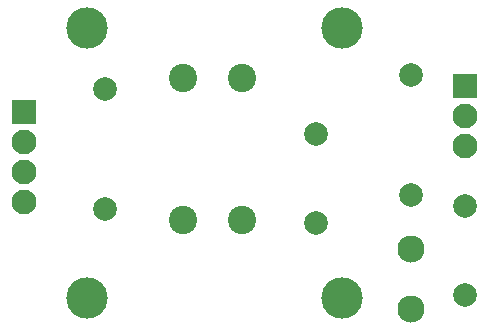
<source format=gbr>
G04 EasyPC Gerber Version 20.0.2 Build 4112 *
%FSLAX35Y35*%
%MOIN*%
%ADD71R,0.08268X0.08268*%
%ADD19C,0.07874*%
%ADD20C,0.08268*%
%ADD112C,0.09055*%
%ADD25C,0.09449*%
%ADD17C,0.13780*%
X0Y0D02*
D02*
D17*
X36845Y19796D03*
Y109796D03*
X121845Y19796D03*
Y109796D03*
D02*
D19*
X42750Y49565D03*
Y89565D03*
X112947Y45019D03*
Y74546D03*
X144750Y54245D03*
Y94245D03*
X162750Y21056D03*
Y50584D03*
D02*
D71*
X15750Y82043D03*
X162750Y90500D03*
D02*
D20*
X15750Y52043D03*
Y62043D03*
Y72043D03*
X162750Y70500D03*
Y80500D03*
D02*
D25*
X68814Y46017D03*
Y93261D03*
X88499Y46017D03*
Y93261D03*
D02*
D112*
X144750Y16402D03*
Y36087D03*
X0Y0D02*
M02*

</source>
